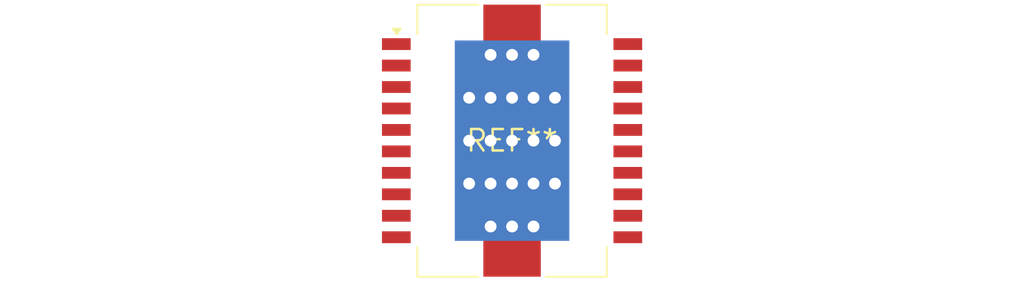
<source format=kicad_pcb>
(kicad_pcb (version 20240108) (generator pcbnew)
  (layers (0 "F.Cu" signal) (31 "B.Cu" signal) (34 "B.Paste" user) (35 "F.Paste" user) (36 "B.SilkS" user "B.Silkscreen") (37 "F.SilkS" user "F.Silkscreen") (38 "B.Mask" user) (39 "F.Mask" user) (44 "Edge.Cuts" user))
  (net 0 "")
  (footprint "HSOP-20-1EP_11.0x15.9mm_P1.27mm_SlugDown_ThermalVias" (layer "F.Cu") (at 0 0)
    (property "Reference" "REF**")
    (property "Value" "HSOP-20-1EP_11.0x15.9mm_P1.27mm_SlugDown_ThermalVias")
    (fp_line (start -5.6 -8.05) (end -5.6 -6.3) (layer "F.SilkS") (stroke (width 0.12)))
    (fp_line (start -5.6 8.05) (end -5.6 6.3) (layer "F.SilkS") (stroke (width 0.12)))
    (fp_line (start -2 -8.05) (end -5.6 -8.05) (layer "F.SilkS") (stroke (width 0.12)))
    (fp_line (start -2 8.05) (end -5.6 8.05) (layer "F.SilkS") (stroke (width 0.12)))
    (fp_line (start 5.6 -8.05) (end 2 -8.05) (layer "F.SilkS") (stroke (width 0.12)))
    (fp_line (start 5.6 -8.05) (end 5.6 -6.3) (layer "F.SilkS") (stroke (width 0.12)))
    (fp_line (start 5.6 8.05) (end 2 8.05) (layer "F.SilkS") (stroke (width 0.12)))
    (fp_line (start 5.6 8.05) (end 5.6 6.3) (layer "F.SilkS") (stroke (width 0.12)))
    (fp_poly (pts (xy -6.825 -6.3) (xy -7.065 -6.63) (xy -6.585 -6.63) (xy -6.825 -6.3)) (layer "F.SilkS") (stroke (width 0.12)) (fill solid))
    (pad "1" smd rect (at -6.85 -5.715) (size 1.7 0.7) (layers "F.Cu" "F.Paste" "F.Mask"))
    (pad "2" smd rect (at -6.85 -4.445) (size 1.7 0.7) (layers "F.Cu" "F.Paste" "F.Mask"))
    (pad "3" smd rect (at -6.85 -3.175) (size 1.7 0.7) (layers "F.Cu" "F.Paste" "F.Mask"))
    (pad "4" smd rect (at -6.85 -1.905) (size 1.7 0.7) (layers "F.Cu" "F.Paste" "F.Mask"))
    (pad "5" smd rect (at -6.85 -0.635) (size 1.7 0.7) (layers "F.Cu" "F.Paste" "F.Mask"))
    (pad "6" smd rect (at -6.85 0.635) (size 1.7 0.7) (layers "F.Cu" "F.Paste" "F.Mask"))
    (pad "7" smd rect (at -6.85 1.905) (size 1.7 0.7) (layers "F.Cu" "F.Paste" "F.Mask"))
    (pad "8" smd rect (at -6.85 3.175) (size 1.7 0.7) (layers "F.Cu" "F.Paste" "F.Mask"))
    (pad "9" smd rect (at -6.85 4.445) (size 1.7 0.7) (layers "F.Cu" "F.Paste" "F.Mask"))
    (pad "10" smd rect (at -6.85 5.715) (size 1.7 0.7) (layers "F.Cu" "F.Paste" "F.Mask"))
    (pad "11" smd rect (at 6.85 5.715) (size 1.7 0.7) (layers "F.Cu" "F.Paste" "F.Mask"))
    (pad "12" smd rect (at 6.85 4.445) (size 1.7 0.7) (layers "F.Cu" "F.Paste" "F.Mask"))
    (pad "13" smd rect (at 6.85 3.175) (size 1.7 0.7) (layers "F.Cu" "F.Paste" "F.Mask"))
    (pad "14" smd rect (at 6.85 1.905) (size 1.7 0.7) (layers "F.Cu" "F.Paste" "F.Mask"))
    (pad "15" smd rect (at 6.85 0.635) (size 1.7 0.7) (layers "F.Cu" "F.Paste" "F.Mask"))
    (pad "16" smd rect (at 6.85 -0.635) (size 1.7 0.7) (layers "F.Cu" "F.Paste" "F.Mask"))
    (pad "17" smd rect (at 6.85 -1.905) (size 1.7 0.7) (layers "F.Cu" "F.Paste" "F.Mask"))
    (pad "18" smd rect (at 6.85 -3.175) (size 1.7 0.7) (layers "F.Cu" "F.Paste" "F.Mask"))
    (pad "19" smd rect (at 6.85 -4.445) (size 1.7 0.7) (layers "F.Cu" "F.Paste" "F.Mask"))
    (pad "20" smd rect (at 6.85 -5.715) (size 1.7 0.7) (layers "F.Cu" "F.Paste" "F.Mask"))
    (pad "21" thru_hole circle (at -2.54 -2.54) (size 1 1) (drill 0.7) (layers *.Cu) (remove_unused_layers))
    (pad "21" thru_hole circle (at -2.54 0) (size 1 1) (drill 0.7) (layers *.Cu) (remove_unused_layers))
    (pad "21" thru_hole circle (at -2.54 2.54) (size 1 1) (drill 0.7) (layers *.Cu) (remove_unused_layers))
    (pad "21" thru_hole circle (at -1.27 -5.08) (size 1 1) (drill 0.7) (layers *.Cu) (remove_unused_layers))
    (pad "21" thru_hole circle (at -1.27 -2.54) (size 1 1) (drill 0.7) (layers *.Cu) (remove_unused_layers))
    (pad "21" thru_hole circle (at -1.27 0) (size 1 1) (drill 0.7) (layers *.Cu) (remove_unused_layers))
    (pad "21" thru_hole circle (at -1.27 2.54) (size 1 1) (drill 0.7) (layers *.Cu) (remove_unused_layers))
    (pad "21" thru_hole circle (at -1.27 5.08) (size 1 1) (drill 0.7) (layers *.Cu) (remove_unused_layers))
    (pad "21" smd rect (at 0 -6.8425) (size 3.4 2.415) (layers "F.Cu" "F.Paste" "F.Mask"))
    (pad "21" thru_hole circle (at 0 -5.08) (size 1 1) (drill 0.7) (layers *.Cu) (remove_unused_layers))
    (pad "21" thru_hole circle (at 0 -2.54) (size 1 1) (drill 0.7) (layers *.Cu) (remove_unused_layers))
    (pad "21" thru_hole circle (at 0 0) (size 1 1) (drill 0.7) (layers *.Cu) (remove_unused_layers))
    (pad "21" smd rect (at 0 0) (size 6.4 11.27) (layers "F.Cu" "F.Paste" "F.Mask"))
    (pad "21" smd rect (at 0 0) (size 6.78 11.86) (layers "B.Cu"))
    (pad "21" thru_hole circle (at 0 2.54) (size 1 1) (drill 0.7) (layers *.Cu) (remove_unused_layers))
    (pad "21" thru_hole circle (at 0 5.08) (size 1 1) (drill 0.7) (layers *.Cu) (remove_unused_layers))
    (pad "21" smd rect (at 0 6.8425) (size 3.4 2.415) (layers "F.Cu" "F.Paste" "F.Mask"))
    (pad "21" thru_hole circle (at 1.27 -5.08) (size 1 1) (drill 0.7) (layers *.Cu) (remove_unused_layers))
    (pad "21" thru_hole circle (at 1.27 -2.54) (size 1 1) (drill 0.7) (layers *.Cu) (remove_unused_layers))
    (pad "21" thru_hole circle (at 1.27 0) (size 1 1) (drill 0.7) (layers *.Cu) (remove_unused_layers))
    (pad "21" thru_hole circle (at 1.27 2.54) (size 1 1) (drill 0.7) (layers *.Cu) (remove_unused_layers))
    (pad "21" thru_hole circle (at 1.27 5.08) (size 1 1) (drill 0.7) (layers *.Cu) (remove_unused_layers))
    (pad "21" thru_hole circle (at 2.54 -2.54) (size 1 1) (drill 0.7) (layers *.Cu) (remove_unused_layers))
    (pad "21" thru_hole circle (at 2.54 0) (size 1 1) (drill 0.7) (layers *.Cu) (remove_unused_layers))
    (pad "21" thru_hole circle (at 2.54 2.54) (size 1 1) (drill 0.7) (layers *.Cu) (remove_unused_layers))
  )
)
</source>
